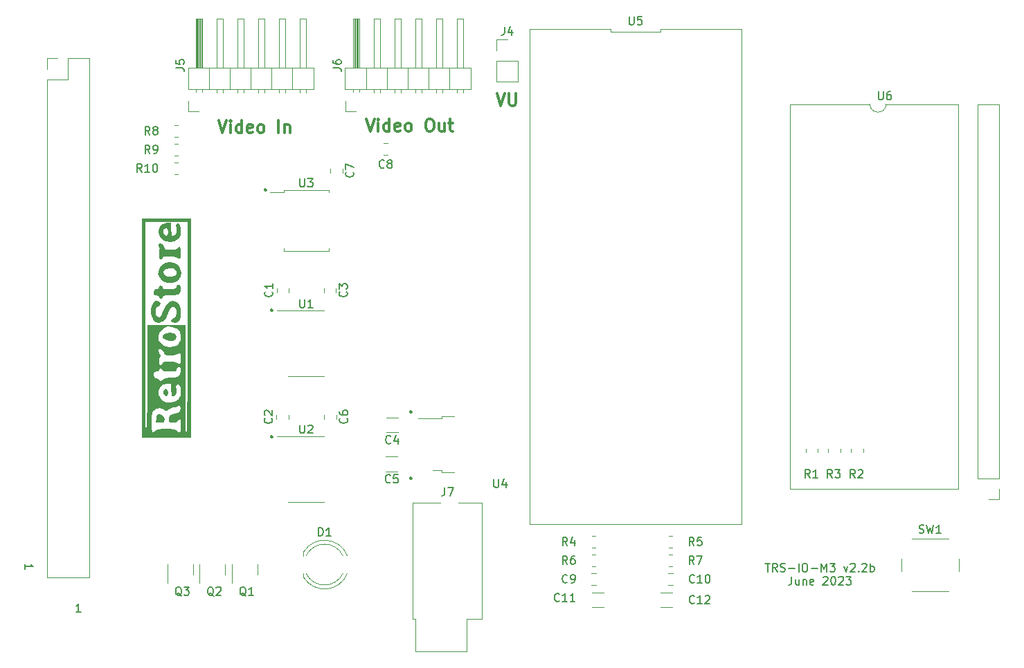
<source format=gbr>
%TF.GenerationSoftware,KiCad,Pcbnew,(6.0.11)*%
%TF.CreationDate,2023-06-18T20:13:54-07:00*%
%TF.ProjectId,TRS-IO-M3,5452532d-494f-42d4-9d33-2e6b69636164,rev?*%
%TF.SameCoordinates,Original*%
%TF.FileFunction,Legend,Top*%
%TF.FilePolarity,Positive*%
%FSLAX46Y46*%
G04 Gerber Fmt 4.6, Leading zero omitted, Abs format (unit mm)*
G04 Created by KiCad (PCBNEW (6.0.11)) date 2023-06-18 20:13:54*
%MOMM*%
%LPD*%
G01*
G04 APERTURE LIST*
%ADD10C,0.150000*%
%ADD11C,0.300000*%
%ADD12C,0.120000*%
G04 APERTURE END LIST*
D10*
X112323619Y-123983714D02*
X112323619Y-123412285D01*
X112323619Y-123698000D02*
X113323619Y-123698000D01*
X113180761Y-123602761D01*
X113085523Y-123507523D01*
X113037904Y-123412285D01*
D11*
X142494000Y-92229714D02*
X142422571Y-92301142D01*
X142494000Y-92372571D01*
X142565428Y-92301142D01*
X142494000Y-92229714D01*
X142494000Y-92372571D01*
X141732000Y-77497714D02*
X141660571Y-77569142D01*
X141732000Y-77640571D01*
X141803428Y-77569142D01*
X141732000Y-77497714D01*
X141732000Y-77640571D01*
X159506757Y-112803714D02*
X159435328Y-112875142D01*
X159506757Y-112946571D01*
X159578185Y-112875142D01*
X159506757Y-112803714D01*
X159506757Y-112946571D01*
X142494000Y-107723714D02*
X142422571Y-107795142D01*
X142494000Y-107866571D01*
X142565428Y-107795142D01*
X142494000Y-107723714D01*
X142494000Y-107866571D01*
X154028571Y-68878571D02*
X154528571Y-70378571D01*
X155028571Y-68878571D01*
X155528571Y-70378571D02*
X155528571Y-69378571D01*
X155528571Y-68878571D02*
X155457142Y-68950000D01*
X155528571Y-69021428D01*
X155600000Y-68950000D01*
X155528571Y-68878571D01*
X155528571Y-69021428D01*
X156885714Y-70378571D02*
X156885714Y-68878571D01*
X156885714Y-70307142D02*
X156742857Y-70378571D01*
X156457142Y-70378571D01*
X156314285Y-70307142D01*
X156242857Y-70235714D01*
X156171428Y-70092857D01*
X156171428Y-69664285D01*
X156242857Y-69521428D01*
X156314285Y-69450000D01*
X156457142Y-69378571D01*
X156742857Y-69378571D01*
X156885714Y-69450000D01*
X158171428Y-70307142D02*
X158028571Y-70378571D01*
X157742857Y-70378571D01*
X157600000Y-70307142D01*
X157528571Y-70164285D01*
X157528571Y-69592857D01*
X157600000Y-69450000D01*
X157742857Y-69378571D01*
X158028571Y-69378571D01*
X158171428Y-69450000D01*
X158242857Y-69592857D01*
X158242857Y-69735714D01*
X157528571Y-69878571D01*
X159100000Y-70378571D02*
X158957142Y-70307142D01*
X158885714Y-70235714D01*
X158814285Y-70092857D01*
X158814285Y-69664285D01*
X158885714Y-69521428D01*
X158957142Y-69450000D01*
X159100000Y-69378571D01*
X159314285Y-69378571D01*
X159457142Y-69450000D01*
X159528571Y-69521428D01*
X159600000Y-69664285D01*
X159600000Y-70092857D01*
X159528571Y-70235714D01*
X159457142Y-70307142D01*
X159314285Y-70378571D01*
X159100000Y-70378571D01*
X161671428Y-68878571D02*
X161957142Y-68878571D01*
X162100000Y-68950000D01*
X162242857Y-69092857D01*
X162314285Y-69378571D01*
X162314285Y-69878571D01*
X162242857Y-70164285D01*
X162100000Y-70307142D01*
X161957142Y-70378571D01*
X161671428Y-70378571D01*
X161528571Y-70307142D01*
X161385714Y-70164285D01*
X161314285Y-69878571D01*
X161314285Y-69378571D01*
X161385714Y-69092857D01*
X161528571Y-68950000D01*
X161671428Y-68878571D01*
X163600000Y-69378571D02*
X163600000Y-70378571D01*
X162957142Y-69378571D02*
X162957142Y-70164285D01*
X163028571Y-70307142D01*
X163171428Y-70378571D01*
X163385714Y-70378571D01*
X163528571Y-70307142D01*
X163600000Y-70235714D01*
X164100000Y-69378571D02*
X164671428Y-69378571D01*
X164314285Y-68878571D02*
X164314285Y-70164285D01*
X164385714Y-70307142D01*
X164528571Y-70378571D01*
X164671428Y-70378571D01*
D10*
X202835714Y-123310580D02*
X203407142Y-123310580D01*
X203121428Y-124310580D02*
X203121428Y-123310580D01*
X204311904Y-124310580D02*
X203978571Y-123834390D01*
X203740476Y-124310580D02*
X203740476Y-123310580D01*
X204121428Y-123310580D01*
X204216666Y-123358200D01*
X204264285Y-123405819D01*
X204311904Y-123501057D01*
X204311904Y-123643914D01*
X204264285Y-123739152D01*
X204216666Y-123786771D01*
X204121428Y-123834390D01*
X203740476Y-123834390D01*
X204692857Y-124262961D02*
X204835714Y-124310580D01*
X205073809Y-124310580D01*
X205169047Y-124262961D01*
X205216666Y-124215342D01*
X205264285Y-124120104D01*
X205264285Y-124024866D01*
X205216666Y-123929628D01*
X205169047Y-123882009D01*
X205073809Y-123834390D01*
X204883333Y-123786771D01*
X204788095Y-123739152D01*
X204740476Y-123691533D01*
X204692857Y-123596295D01*
X204692857Y-123501057D01*
X204740476Y-123405819D01*
X204788095Y-123358200D01*
X204883333Y-123310580D01*
X205121428Y-123310580D01*
X205264285Y-123358200D01*
X205692857Y-123929628D02*
X206454761Y-123929628D01*
X206930952Y-124310580D02*
X206930952Y-123310580D01*
X207597619Y-123310580D02*
X207788095Y-123310580D01*
X207883333Y-123358200D01*
X207978571Y-123453438D01*
X208026190Y-123643914D01*
X208026190Y-123977247D01*
X207978571Y-124167723D01*
X207883333Y-124262961D01*
X207788095Y-124310580D01*
X207597619Y-124310580D01*
X207502380Y-124262961D01*
X207407142Y-124167723D01*
X207359523Y-123977247D01*
X207359523Y-123643914D01*
X207407142Y-123453438D01*
X207502380Y-123358200D01*
X207597619Y-123310580D01*
X208454761Y-123929628D02*
X209216666Y-123929628D01*
X209692857Y-124310580D02*
X209692857Y-123310580D01*
X210026190Y-124024866D01*
X210359523Y-123310580D01*
X210359523Y-124310580D01*
X210740476Y-123310580D02*
X211359523Y-123310580D01*
X211026190Y-123691533D01*
X211169047Y-123691533D01*
X211264285Y-123739152D01*
X211311904Y-123786771D01*
X211359523Y-123882009D01*
X211359523Y-124120104D01*
X211311904Y-124215342D01*
X211264285Y-124262961D01*
X211169047Y-124310580D01*
X210883333Y-124310580D01*
X210788095Y-124262961D01*
X210740476Y-124215342D01*
X212454761Y-123643914D02*
X212692857Y-124310580D01*
X212930952Y-123643914D01*
X213264285Y-123405819D02*
X213311904Y-123358200D01*
X213407142Y-123310580D01*
X213645238Y-123310580D01*
X213740476Y-123358200D01*
X213788095Y-123405819D01*
X213835714Y-123501057D01*
X213835714Y-123596295D01*
X213788095Y-123739152D01*
X213216666Y-124310580D01*
X213835714Y-124310580D01*
X214264285Y-124215342D02*
X214311904Y-124262961D01*
X214264285Y-124310580D01*
X214216666Y-124262961D01*
X214264285Y-124215342D01*
X214264285Y-124310580D01*
X214692857Y-123405819D02*
X214740476Y-123358200D01*
X214835714Y-123310580D01*
X215073809Y-123310580D01*
X215169047Y-123358200D01*
X215216666Y-123405819D01*
X215264285Y-123501057D01*
X215264285Y-123596295D01*
X215216666Y-123739152D01*
X214645238Y-124310580D01*
X215264285Y-124310580D01*
X215692857Y-124310580D02*
X215692857Y-123310580D01*
X215692857Y-123691533D02*
X215788095Y-123643914D01*
X215978571Y-123643914D01*
X216073809Y-123691533D01*
X216121428Y-123739152D01*
X216169047Y-123834390D01*
X216169047Y-124120104D01*
X216121428Y-124215342D01*
X216073809Y-124262961D01*
X215978571Y-124310580D01*
X215788095Y-124310580D01*
X215692857Y-124262961D01*
X206073809Y-124920580D02*
X206073809Y-125634866D01*
X206026190Y-125777723D01*
X205930952Y-125872961D01*
X205788095Y-125920580D01*
X205692857Y-125920580D01*
X206978571Y-125253914D02*
X206978571Y-125920580D01*
X206550000Y-125253914D02*
X206550000Y-125777723D01*
X206597619Y-125872961D01*
X206692857Y-125920580D01*
X206835714Y-125920580D01*
X206930952Y-125872961D01*
X206978571Y-125825342D01*
X207454761Y-125253914D02*
X207454761Y-125920580D01*
X207454761Y-125349152D02*
X207502380Y-125301533D01*
X207597619Y-125253914D01*
X207740476Y-125253914D01*
X207835714Y-125301533D01*
X207883333Y-125396771D01*
X207883333Y-125920580D01*
X208740476Y-125872961D02*
X208645238Y-125920580D01*
X208454761Y-125920580D01*
X208359523Y-125872961D01*
X208311904Y-125777723D01*
X208311904Y-125396771D01*
X208359523Y-125301533D01*
X208454761Y-125253914D01*
X208645238Y-125253914D01*
X208740476Y-125301533D01*
X208788095Y-125396771D01*
X208788095Y-125492009D01*
X208311904Y-125587247D01*
X209930952Y-125015819D02*
X209978571Y-124968200D01*
X210073809Y-124920580D01*
X210311904Y-124920580D01*
X210407142Y-124968200D01*
X210454761Y-125015819D01*
X210502380Y-125111057D01*
X210502380Y-125206295D01*
X210454761Y-125349152D01*
X209883333Y-125920580D01*
X210502380Y-125920580D01*
X211121428Y-124920580D02*
X211216666Y-124920580D01*
X211311904Y-124968200D01*
X211359523Y-125015819D01*
X211407142Y-125111057D01*
X211454761Y-125301533D01*
X211454761Y-125539628D01*
X211407142Y-125730104D01*
X211359523Y-125825342D01*
X211311904Y-125872961D01*
X211216666Y-125920580D01*
X211121428Y-125920580D01*
X211026190Y-125872961D01*
X210978571Y-125825342D01*
X210930952Y-125730104D01*
X210883333Y-125539628D01*
X210883333Y-125301533D01*
X210930952Y-125111057D01*
X210978571Y-125015819D01*
X211026190Y-124968200D01*
X211121428Y-124920580D01*
X211835714Y-125015819D02*
X211883333Y-124968200D01*
X211978571Y-124920580D01*
X212216666Y-124920580D01*
X212311904Y-124968200D01*
X212359523Y-125015819D01*
X212407142Y-125111057D01*
X212407142Y-125206295D01*
X212359523Y-125349152D01*
X211788095Y-125920580D01*
X212407142Y-125920580D01*
X212740476Y-124920580D02*
X213359523Y-124920580D01*
X213026190Y-125301533D01*
X213169047Y-125301533D01*
X213264285Y-125349152D01*
X213311904Y-125396771D01*
X213359523Y-125492009D01*
X213359523Y-125730104D01*
X213311904Y-125825342D01*
X213264285Y-125872961D01*
X213169047Y-125920580D01*
X212883333Y-125920580D01*
X212788095Y-125872961D01*
X212740476Y-125825342D01*
D11*
X135985714Y-69078571D02*
X136485714Y-70578571D01*
X136985714Y-69078571D01*
X137485714Y-70578571D02*
X137485714Y-69578571D01*
X137485714Y-69078571D02*
X137414285Y-69150000D01*
X137485714Y-69221428D01*
X137557142Y-69150000D01*
X137485714Y-69078571D01*
X137485714Y-69221428D01*
X138842857Y-70578571D02*
X138842857Y-69078571D01*
X138842857Y-70507142D02*
X138700000Y-70578571D01*
X138414285Y-70578571D01*
X138271428Y-70507142D01*
X138200000Y-70435714D01*
X138128571Y-70292857D01*
X138128571Y-69864285D01*
X138200000Y-69721428D01*
X138271428Y-69650000D01*
X138414285Y-69578571D01*
X138700000Y-69578571D01*
X138842857Y-69650000D01*
X140128571Y-70507142D02*
X139985714Y-70578571D01*
X139700000Y-70578571D01*
X139557142Y-70507142D01*
X139485714Y-70364285D01*
X139485714Y-69792857D01*
X139557142Y-69650000D01*
X139700000Y-69578571D01*
X139985714Y-69578571D01*
X140128571Y-69650000D01*
X140200000Y-69792857D01*
X140200000Y-69935714D01*
X139485714Y-70078571D01*
X141057142Y-70578571D02*
X140914285Y-70507142D01*
X140842857Y-70435714D01*
X140771428Y-70292857D01*
X140771428Y-69864285D01*
X140842857Y-69721428D01*
X140914285Y-69650000D01*
X141057142Y-69578571D01*
X141271428Y-69578571D01*
X141414285Y-69650000D01*
X141485714Y-69721428D01*
X141557142Y-69864285D01*
X141557142Y-70292857D01*
X141485714Y-70435714D01*
X141414285Y-70507142D01*
X141271428Y-70578571D01*
X141057142Y-70578571D01*
X143342857Y-70578571D02*
X143342857Y-69078571D01*
X144057142Y-69578571D02*
X144057142Y-70578571D01*
X144057142Y-69721428D02*
X144128571Y-69650000D01*
X144271428Y-69578571D01*
X144485714Y-69578571D01*
X144628571Y-69650000D01*
X144700000Y-69792857D01*
X144700000Y-70578571D01*
D10*
X119157714Y-129230380D02*
X118586285Y-129230380D01*
X118872000Y-129230380D02*
X118872000Y-128230380D01*
X118776761Y-128373238D01*
X118681523Y-128468476D01*
X118586285Y-128516095D01*
D11*
X159512000Y-104675714D02*
X159440571Y-104747142D01*
X159512000Y-104818571D01*
X159583428Y-104747142D01*
X159512000Y-104675714D01*
X159512000Y-104818571D01*
X170014285Y-65749571D02*
X170514285Y-67249571D01*
X171014285Y-65749571D01*
X171514285Y-65749571D02*
X171514285Y-66963857D01*
X171585714Y-67106714D01*
X171657142Y-67178142D01*
X171800000Y-67249571D01*
X172085714Y-67249571D01*
X172228571Y-67178142D01*
X172300000Y-67106714D01*
X172371428Y-66963857D01*
X172371428Y-65749571D01*
D10*
%TO.C,U3*%
X145938095Y-76202380D02*
X145938095Y-77011904D01*
X145985714Y-77107142D01*
X146033333Y-77154761D01*
X146128571Y-77202380D01*
X146319047Y-77202380D01*
X146414285Y-77154761D01*
X146461904Y-77107142D01*
X146509523Y-77011904D01*
X146509523Y-76202380D01*
X146890476Y-76202380D02*
X147509523Y-76202380D01*
X147176190Y-76583333D01*
X147319047Y-76583333D01*
X147414285Y-76630952D01*
X147461904Y-76678571D01*
X147509523Y-76773809D01*
X147509523Y-77011904D01*
X147461904Y-77107142D01*
X147414285Y-77154761D01*
X147319047Y-77202380D01*
X147033333Y-77202380D01*
X146938095Y-77154761D01*
X146890476Y-77107142D01*
%TO.C,R9*%
X127595333Y-73096380D02*
X127262000Y-72620190D01*
X127023904Y-73096380D02*
X127023904Y-72096380D01*
X127404857Y-72096380D01*
X127500095Y-72144000D01*
X127547714Y-72191619D01*
X127595333Y-72286857D01*
X127595333Y-72429714D01*
X127547714Y-72524952D01*
X127500095Y-72572571D01*
X127404857Y-72620190D01*
X127023904Y-72620190D01*
X128071523Y-73096380D02*
X128262000Y-73096380D01*
X128357238Y-73048761D01*
X128404857Y-73001142D01*
X128500095Y-72858285D01*
X128547714Y-72667809D01*
X128547714Y-72286857D01*
X128500095Y-72191619D01*
X128452476Y-72144000D01*
X128357238Y-72096380D01*
X128166761Y-72096380D01*
X128071523Y-72144000D01*
X128023904Y-72191619D01*
X127976285Y-72286857D01*
X127976285Y-72524952D01*
X128023904Y-72620190D01*
X128071523Y-72667809D01*
X128166761Y-72715428D01*
X128357238Y-72715428D01*
X128452476Y-72667809D01*
X128500095Y-72620190D01*
X128547714Y-72524952D01*
%TO.C,R8*%
X127595333Y-70810380D02*
X127262000Y-70334190D01*
X127023904Y-70810380D02*
X127023904Y-69810380D01*
X127404857Y-69810380D01*
X127500095Y-69858000D01*
X127547714Y-69905619D01*
X127595333Y-70000857D01*
X127595333Y-70143714D01*
X127547714Y-70238952D01*
X127500095Y-70286571D01*
X127404857Y-70334190D01*
X127023904Y-70334190D01*
X128166761Y-70238952D02*
X128071523Y-70191333D01*
X128023904Y-70143714D01*
X127976285Y-70048476D01*
X127976285Y-70000857D01*
X128023904Y-69905619D01*
X128071523Y-69858000D01*
X128166761Y-69810380D01*
X128357238Y-69810380D01*
X128452476Y-69858000D01*
X128500095Y-69905619D01*
X128547714Y-70000857D01*
X128547714Y-70048476D01*
X128500095Y-70143714D01*
X128452476Y-70191333D01*
X128357238Y-70238952D01*
X128166761Y-70238952D01*
X128071523Y-70286571D01*
X128023904Y-70334190D01*
X127976285Y-70429428D01*
X127976285Y-70619904D01*
X128023904Y-70715142D01*
X128071523Y-70762761D01*
X128166761Y-70810380D01*
X128357238Y-70810380D01*
X128452476Y-70762761D01*
X128500095Y-70715142D01*
X128547714Y-70619904D01*
X128547714Y-70429428D01*
X128500095Y-70334190D01*
X128452476Y-70286571D01*
X128357238Y-70238952D01*
%TO.C,R1*%
X208313333Y-112807380D02*
X207980000Y-112331190D01*
X207741904Y-112807380D02*
X207741904Y-111807380D01*
X208122857Y-111807380D01*
X208218095Y-111855000D01*
X208265714Y-111902619D01*
X208313333Y-111997857D01*
X208313333Y-112140714D01*
X208265714Y-112235952D01*
X208218095Y-112283571D01*
X208122857Y-112331190D01*
X207741904Y-112331190D01*
X209265714Y-112807380D02*
X208694285Y-112807380D01*
X208980000Y-112807380D02*
X208980000Y-111807380D01*
X208884761Y-111950238D01*
X208789523Y-112045476D01*
X208694285Y-112093095D01*
%TO.C,R2*%
X213847333Y-112807380D02*
X213514000Y-112331190D01*
X213275904Y-112807380D02*
X213275904Y-111807380D01*
X213656857Y-111807380D01*
X213752095Y-111855000D01*
X213799714Y-111902619D01*
X213847333Y-111997857D01*
X213847333Y-112140714D01*
X213799714Y-112235952D01*
X213752095Y-112283571D01*
X213656857Y-112331190D01*
X213275904Y-112331190D01*
X214228285Y-111902619D02*
X214275904Y-111855000D01*
X214371142Y-111807380D01*
X214609238Y-111807380D01*
X214704476Y-111855000D01*
X214752095Y-111902619D01*
X214799714Y-111997857D01*
X214799714Y-112093095D01*
X214752095Y-112235952D01*
X214180666Y-112807380D01*
X214799714Y-112807380D01*
%TO.C,J5*%
X130782380Y-62623333D02*
X131496666Y-62623333D01*
X131639523Y-62670952D01*
X131734761Y-62766190D01*
X131782380Y-62909047D01*
X131782380Y-63004285D01*
X130782380Y-61670952D02*
X130782380Y-62147142D01*
X131258571Y-62194761D01*
X131210952Y-62147142D01*
X131163333Y-62051904D01*
X131163333Y-61813809D01*
X131210952Y-61718571D01*
X131258571Y-61670952D01*
X131353809Y-61623333D01*
X131591904Y-61623333D01*
X131687142Y-61670952D01*
X131734761Y-61718571D01*
X131782380Y-61813809D01*
X131782380Y-62051904D01*
X131734761Y-62147142D01*
X131687142Y-62194761D01*
%TO.C,C6*%
X151687142Y-105516666D02*
X151734761Y-105564285D01*
X151782380Y-105707142D01*
X151782380Y-105802380D01*
X151734761Y-105945238D01*
X151639523Y-106040476D01*
X151544285Y-106088095D01*
X151353809Y-106135714D01*
X151210952Y-106135714D01*
X151020476Y-106088095D01*
X150925238Y-106040476D01*
X150830000Y-105945238D01*
X150782380Y-105802380D01*
X150782380Y-105707142D01*
X150830000Y-105564285D01*
X150877619Y-105516666D01*
X150782380Y-104659523D02*
X150782380Y-104850000D01*
X150830000Y-104945238D01*
X150877619Y-104992857D01*
X151020476Y-105088095D01*
X151210952Y-105135714D01*
X151591904Y-105135714D01*
X151687142Y-105088095D01*
X151734761Y-105040476D01*
X151782380Y-104945238D01*
X151782380Y-104754761D01*
X151734761Y-104659523D01*
X151687142Y-104611904D01*
X151591904Y-104564285D01*
X151353809Y-104564285D01*
X151258571Y-104611904D01*
X151210952Y-104659523D01*
X151163333Y-104754761D01*
X151163333Y-104945238D01*
X151210952Y-105040476D01*
X151258571Y-105088095D01*
X151353809Y-105135714D01*
%TO.C,U5*%
X186208095Y-56337380D02*
X186208095Y-57146904D01*
X186255714Y-57242142D01*
X186303333Y-57289761D01*
X186398571Y-57337380D01*
X186589047Y-57337380D01*
X186684285Y-57289761D01*
X186731904Y-57242142D01*
X186779523Y-57146904D01*
X186779523Y-56337380D01*
X187731904Y-56337380D02*
X187255714Y-56337380D01*
X187208095Y-56813571D01*
X187255714Y-56765952D01*
X187350952Y-56718333D01*
X187589047Y-56718333D01*
X187684285Y-56765952D01*
X187731904Y-56813571D01*
X187779523Y-56908809D01*
X187779523Y-57146904D01*
X187731904Y-57242142D01*
X187684285Y-57289761D01*
X187589047Y-57337380D01*
X187350952Y-57337380D01*
X187255714Y-57289761D01*
X187208095Y-57242142D01*
%TO.C,C1*%
X142527142Y-90016666D02*
X142574761Y-90064285D01*
X142622380Y-90207142D01*
X142622380Y-90302380D01*
X142574761Y-90445238D01*
X142479523Y-90540476D01*
X142384285Y-90588095D01*
X142193809Y-90635714D01*
X142050952Y-90635714D01*
X141860476Y-90588095D01*
X141765238Y-90540476D01*
X141670000Y-90445238D01*
X141622380Y-90302380D01*
X141622380Y-90207142D01*
X141670000Y-90064285D01*
X141717619Y-90016666D01*
X142622380Y-89064285D02*
X142622380Y-89635714D01*
X142622380Y-89350000D02*
X141622380Y-89350000D01*
X141765238Y-89445238D01*
X141860476Y-89540476D01*
X141908095Y-89635714D01*
%TO.C,C7*%
X152437142Y-75366666D02*
X152484761Y-75414285D01*
X152532380Y-75557142D01*
X152532380Y-75652380D01*
X152484761Y-75795238D01*
X152389523Y-75890476D01*
X152294285Y-75938095D01*
X152103809Y-75985714D01*
X151960952Y-75985714D01*
X151770476Y-75938095D01*
X151675238Y-75890476D01*
X151580000Y-75795238D01*
X151532380Y-75652380D01*
X151532380Y-75557142D01*
X151580000Y-75414285D01*
X151627619Y-75366666D01*
X151532380Y-75033333D02*
X151532380Y-74366666D01*
X152532380Y-74795238D01*
%TO.C,U4*%
X169672095Y-112990380D02*
X169672095Y-113799904D01*
X169719714Y-113895142D01*
X169767333Y-113942761D01*
X169862571Y-113990380D01*
X170053047Y-113990380D01*
X170148285Y-113942761D01*
X170195904Y-113895142D01*
X170243523Y-113799904D01*
X170243523Y-112990380D01*
X171148285Y-113323714D02*
X171148285Y-113990380D01*
X170910190Y-112942761D02*
X170672095Y-113657047D01*
X171291142Y-113657047D01*
%TO.C,U2*%
X145938095Y-106352380D02*
X145938095Y-107161904D01*
X145985714Y-107257142D01*
X146033333Y-107304761D01*
X146128571Y-107352380D01*
X146319047Y-107352380D01*
X146414285Y-107304761D01*
X146461904Y-107257142D01*
X146509523Y-107161904D01*
X146509523Y-106352380D01*
X146938095Y-106447619D02*
X146985714Y-106400000D01*
X147080952Y-106352380D01*
X147319047Y-106352380D01*
X147414285Y-106400000D01*
X147461904Y-106447619D01*
X147509523Y-106542857D01*
X147509523Y-106638095D01*
X147461904Y-106780952D01*
X146890476Y-107352380D01*
X147509523Y-107352380D01*
%TO.C,C3*%
X151637142Y-90016666D02*
X151684761Y-90064285D01*
X151732380Y-90207142D01*
X151732380Y-90302380D01*
X151684761Y-90445238D01*
X151589523Y-90540476D01*
X151494285Y-90588095D01*
X151303809Y-90635714D01*
X151160952Y-90635714D01*
X150970476Y-90588095D01*
X150875238Y-90540476D01*
X150780000Y-90445238D01*
X150732380Y-90302380D01*
X150732380Y-90207142D01*
X150780000Y-90064285D01*
X150827619Y-90016666D01*
X150732380Y-89683333D02*
X150732380Y-89064285D01*
X151113333Y-89397619D01*
X151113333Y-89254761D01*
X151160952Y-89159523D01*
X151208571Y-89111904D01*
X151303809Y-89064285D01*
X151541904Y-89064285D01*
X151637142Y-89111904D01*
X151684761Y-89159523D01*
X151732380Y-89254761D01*
X151732380Y-89540476D01*
X151684761Y-89635714D01*
X151637142Y-89683333D01*
%TO.C,J7*%
X163650666Y-114006380D02*
X163650666Y-114720666D01*
X163603047Y-114863523D01*
X163507809Y-114958761D01*
X163364952Y-115006380D01*
X163269714Y-115006380D01*
X164031619Y-114006380D02*
X164698285Y-114006380D01*
X164269714Y-115006380D01*
%TO.C,Q2*%
X135388361Y-127287219D02*
X135293123Y-127239600D01*
X135197885Y-127144361D01*
X135055028Y-127001504D01*
X134959790Y-126953885D01*
X134864552Y-126953885D01*
X134912171Y-127191980D02*
X134816933Y-127144361D01*
X134721695Y-127049123D01*
X134674076Y-126858647D01*
X134674076Y-126525314D01*
X134721695Y-126334838D01*
X134816933Y-126239600D01*
X134912171Y-126191980D01*
X135102647Y-126191980D01*
X135197885Y-126239600D01*
X135293123Y-126334838D01*
X135340742Y-126525314D01*
X135340742Y-126858647D01*
X135293123Y-127049123D01*
X135197885Y-127144361D01*
X135102647Y-127191980D01*
X134912171Y-127191980D01*
X135721695Y-126287219D02*
X135769314Y-126239600D01*
X135864552Y-126191980D01*
X136102647Y-126191980D01*
X136197885Y-126239600D01*
X136245504Y-126287219D01*
X136293123Y-126382457D01*
X136293123Y-126477695D01*
X136245504Y-126620552D01*
X135674076Y-127191980D01*
X136293123Y-127191980D01*
%TO.C,R7*%
X194143333Y-123388380D02*
X193810000Y-122912190D01*
X193571904Y-123388380D02*
X193571904Y-122388380D01*
X193952857Y-122388380D01*
X194048095Y-122436000D01*
X194095714Y-122483619D01*
X194143333Y-122578857D01*
X194143333Y-122721714D01*
X194095714Y-122816952D01*
X194048095Y-122864571D01*
X193952857Y-122912190D01*
X193571904Y-122912190D01*
X194476666Y-122388380D02*
X195143333Y-122388380D01*
X194714761Y-123388380D01*
%TO.C,C4*%
X157052333Y-108545142D02*
X157004714Y-108592761D01*
X156861857Y-108640380D01*
X156766619Y-108640380D01*
X156623761Y-108592761D01*
X156528523Y-108497523D01*
X156480904Y-108402285D01*
X156433285Y-108211809D01*
X156433285Y-108068952D01*
X156480904Y-107878476D01*
X156528523Y-107783238D01*
X156623761Y-107688000D01*
X156766619Y-107640380D01*
X156861857Y-107640380D01*
X157004714Y-107688000D01*
X157052333Y-107735619D01*
X157909476Y-107973714D02*
X157909476Y-108640380D01*
X157671380Y-107592761D02*
X157433285Y-108307047D01*
X158052333Y-108307047D01*
%TO.C,J4*%
X170966666Y-57597380D02*
X170966666Y-58311666D01*
X170919047Y-58454523D01*
X170823809Y-58549761D01*
X170680952Y-58597380D01*
X170585714Y-58597380D01*
X171871428Y-57930714D02*
X171871428Y-58597380D01*
X171633333Y-57549761D02*
X171395238Y-58264047D01*
X172014285Y-58264047D01*
%TO.C,C12*%
X194175142Y-128119142D02*
X194127523Y-128166761D01*
X193984666Y-128214380D01*
X193889428Y-128214380D01*
X193746571Y-128166761D01*
X193651333Y-128071523D01*
X193603714Y-127976285D01*
X193556095Y-127785809D01*
X193556095Y-127642952D01*
X193603714Y-127452476D01*
X193651333Y-127357238D01*
X193746571Y-127262000D01*
X193889428Y-127214380D01*
X193984666Y-127214380D01*
X194127523Y-127262000D01*
X194175142Y-127309619D01*
X195127523Y-128214380D02*
X194556095Y-128214380D01*
X194841809Y-128214380D02*
X194841809Y-127214380D01*
X194746571Y-127357238D01*
X194651333Y-127452476D01*
X194556095Y-127500095D01*
X195508476Y-127309619D02*
X195556095Y-127262000D01*
X195651333Y-127214380D01*
X195889428Y-127214380D01*
X195984666Y-127262000D01*
X196032285Y-127309619D01*
X196079904Y-127404857D01*
X196079904Y-127500095D01*
X196032285Y-127642952D01*
X195460857Y-128214380D01*
X196079904Y-128214380D01*
%TO.C,U6*%
X216688095Y-65522380D02*
X216688095Y-66331904D01*
X216735714Y-66427142D01*
X216783333Y-66474761D01*
X216878571Y-66522380D01*
X217069047Y-66522380D01*
X217164285Y-66474761D01*
X217211904Y-66427142D01*
X217259523Y-66331904D01*
X217259523Y-65522380D01*
X218164285Y-65522380D02*
X217973809Y-65522380D01*
X217878571Y-65570000D01*
X217830952Y-65617619D01*
X217735714Y-65760476D01*
X217688095Y-65950952D01*
X217688095Y-66331904D01*
X217735714Y-66427142D01*
X217783333Y-66474761D01*
X217878571Y-66522380D01*
X218069047Y-66522380D01*
X218164285Y-66474761D01*
X218211904Y-66427142D01*
X218259523Y-66331904D01*
X218259523Y-66093809D01*
X218211904Y-65998571D01*
X218164285Y-65950952D01*
X218069047Y-65903333D01*
X217878571Y-65903333D01*
X217783333Y-65950952D01*
X217735714Y-65998571D01*
X217688095Y-66093809D01*
%TO.C,C9*%
X178649333Y-125579142D02*
X178601714Y-125626761D01*
X178458857Y-125674380D01*
X178363619Y-125674380D01*
X178220761Y-125626761D01*
X178125523Y-125531523D01*
X178077904Y-125436285D01*
X178030285Y-125245809D01*
X178030285Y-125102952D01*
X178077904Y-124912476D01*
X178125523Y-124817238D01*
X178220761Y-124722000D01*
X178363619Y-124674380D01*
X178458857Y-124674380D01*
X178601714Y-124722000D01*
X178649333Y-124769619D01*
X179125523Y-125674380D02*
X179316000Y-125674380D01*
X179411238Y-125626761D01*
X179458857Y-125579142D01*
X179554095Y-125436285D01*
X179601714Y-125245809D01*
X179601714Y-124864857D01*
X179554095Y-124769619D01*
X179506476Y-124722000D01*
X179411238Y-124674380D01*
X179220761Y-124674380D01*
X179125523Y-124722000D01*
X179077904Y-124769619D01*
X179030285Y-124864857D01*
X179030285Y-125102952D01*
X179077904Y-125198190D01*
X179125523Y-125245809D01*
X179220761Y-125293428D01*
X179411238Y-125293428D01*
X179506476Y-125245809D01*
X179554095Y-125198190D01*
X179601714Y-125102952D01*
%TO.C,Q1*%
X139350761Y-127287219D02*
X139255523Y-127239600D01*
X139160285Y-127144361D01*
X139017428Y-127001504D01*
X138922190Y-126953885D01*
X138826952Y-126953885D01*
X138874571Y-127191980D02*
X138779333Y-127144361D01*
X138684095Y-127049123D01*
X138636476Y-126858647D01*
X138636476Y-126525314D01*
X138684095Y-126334838D01*
X138779333Y-126239600D01*
X138874571Y-126191980D01*
X139065047Y-126191980D01*
X139160285Y-126239600D01*
X139255523Y-126334838D01*
X139303142Y-126525314D01*
X139303142Y-126858647D01*
X139255523Y-127049123D01*
X139160285Y-127144361D01*
X139065047Y-127191980D01*
X138874571Y-127191980D01*
X140255523Y-127191980D02*
X139684095Y-127191980D01*
X139969809Y-127191980D02*
X139969809Y-126191980D01*
X139874571Y-126334838D01*
X139779333Y-126430076D01*
X139684095Y-126477695D01*
%TO.C,J6*%
X149982380Y-62623333D02*
X150696666Y-62623333D01*
X150839523Y-62670952D01*
X150934761Y-62766190D01*
X150982380Y-62909047D01*
X150982380Y-63004285D01*
X149982380Y-61718571D02*
X149982380Y-61909047D01*
X150030000Y-62004285D01*
X150077619Y-62051904D01*
X150220476Y-62147142D01*
X150410952Y-62194761D01*
X150791904Y-62194761D01*
X150887142Y-62147142D01*
X150934761Y-62099523D01*
X150982380Y-62004285D01*
X150982380Y-61813809D01*
X150934761Y-61718571D01*
X150887142Y-61670952D01*
X150791904Y-61623333D01*
X150553809Y-61623333D01*
X150458571Y-61670952D01*
X150410952Y-61718571D01*
X150363333Y-61813809D01*
X150363333Y-62004285D01*
X150410952Y-62099523D01*
X150458571Y-62147142D01*
X150553809Y-62194761D01*
%TO.C,R3*%
X211053333Y-112807380D02*
X210720000Y-112331190D01*
X210481904Y-112807380D02*
X210481904Y-111807380D01*
X210862857Y-111807380D01*
X210958095Y-111855000D01*
X211005714Y-111902619D01*
X211053333Y-111997857D01*
X211053333Y-112140714D01*
X211005714Y-112235952D01*
X210958095Y-112283571D01*
X210862857Y-112331190D01*
X210481904Y-112331190D01*
X211386666Y-111807380D02*
X212005714Y-111807380D01*
X211672380Y-112188333D01*
X211815238Y-112188333D01*
X211910476Y-112235952D01*
X211958095Y-112283571D01*
X212005714Y-112378809D01*
X212005714Y-112616904D01*
X211958095Y-112712142D01*
X211910476Y-112759761D01*
X211815238Y-112807380D01*
X211529523Y-112807380D01*
X211434285Y-112759761D01*
X211386666Y-112712142D01*
%TO.C,C10*%
X194175142Y-125579142D02*
X194127523Y-125626761D01*
X193984666Y-125674380D01*
X193889428Y-125674380D01*
X193746571Y-125626761D01*
X193651333Y-125531523D01*
X193603714Y-125436285D01*
X193556095Y-125245809D01*
X193556095Y-125102952D01*
X193603714Y-124912476D01*
X193651333Y-124817238D01*
X193746571Y-124722000D01*
X193889428Y-124674380D01*
X193984666Y-124674380D01*
X194127523Y-124722000D01*
X194175142Y-124769619D01*
X195127523Y-125674380D02*
X194556095Y-125674380D01*
X194841809Y-125674380D02*
X194841809Y-124674380D01*
X194746571Y-124817238D01*
X194651333Y-124912476D01*
X194556095Y-124960095D01*
X195746571Y-124674380D02*
X195841809Y-124674380D01*
X195937047Y-124722000D01*
X195984666Y-124769619D01*
X196032285Y-124864857D01*
X196079904Y-125055333D01*
X196079904Y-125293428D01*
X196032285Y-125483904D01*
X195984666Y-125579142D01*
X195937047Y-125626761D01*
X195841809Y-125674380D01*
X195746571Y-125674380D01*
X195651333Y-125626761D01*
X195603714Y-125579142D01*
X195556095Y-125483904D01*
X195508476Y-125293428D01*
X195508476Y-125055333D01*
X195556095Y-124864857D01*
X195603714Y-124769619D01*
X195651333Y-124722000D01*
X195746571Y-124674380D01*
%TO.C,R4*%
X178649333Y-121102380D02*
X178316000Y-120626190D01*
X178077904Y-121102380D02*
X178077904Y-120102380D01*
X178458857Y-120102380D01*
X178554095Y-120150000D01*
X178601714Y-120197619D01*
X178649333Y-120292857D01*
X178649333Y-120435714D01*
X178601714Y-120530952D01*
X178554095Y-120578571D01*
X178458857Y-120626190D01*
X178077904Y-120626190D01*
X179506476Y-120435714D02*
X179506476Y-121102380D01*
X179268380Y-120054761D02*
X179030285Y-120769047D01*
X179649333Y-120769047D01*
%TO.C,R6*%
X178649333Y-123388380D02*
X178316000Y-122912190D01*
X178077904Y-123388380D02*
X178077904Y-122388380D01*
X178458857Y-122388380D01*
X178554095Y-122436000D01*
X178601714Y-122483619D01*
X178649333Y-122578857D01*
X178649333Y-122721714D01*
X178601714Y-122816952D01*
X178554095Y-122864571D01*
X178458857Y-122912190D01*
X178077904Y-122912190D01*
X179506476Y-122388380D02*
X179316000Y-122388380D01*
X179220761Y-122436000D01*
X179173142Y-122483619D01*
X179077904Y-122626476D01*
X179030285Y-122816952D01*
X179030285Y-123197904D01*
X179077904Y-123293142D01*
X179125523Y-123340761D01*
X179220761Y-123388380D01*
X179411238Y-123388380D01*
X179506476Y-123340761D01*
X179554095Y-123293142D01*
X179601714Y-123197904D01*
X179601714Y-122959809D01*
X179554095Y-122864571D01*
X179506476Y-122816952D01*
X179411238Y-122769333D01*
X179220761Y-122769333D01*
X179125523Y-122816952D01*
X179077904Y-122864571D01*
X179030285Y-122959809D01*
%TO.C,D1*%
X148212504Y-119936380D02*
X148212504Y-118936380D01*
X148450600Y-118936380D01*
X148593457Y-118984000D01*
X148688695Y-119079238D01*
X148736314Y-119174476D01*
X148783933Y-119364952D01*
X148783933Y-119507809D01*
X148736314Y-119698285D01*
X148688695Y-119793523D01*
X148593457Y-119888761D01*
X148450600Y-119936380D01*
X148212504Y-119936380D01*
X149736314Y-119936380D02*
X149164885Y-119936380D01*
X149450600Y-119936380D02*
X149450600Y-118936380D01*
X149355361Y-119079238D01*
X149260123Y-119174476D01*
X149164885Y-119222095D01*
%TO.C,R5*%
X194143333Y-121102380D02*
X193810000Y-120626190D01*
X193571904Y-121102380D02*
X193571904Y-120102380D01*
X193952857Y-120102380D01*
X194048095Y-120150000D01*
X194095714Y-120197619D01*
X194143333Y-120292857D01*
X194143333Y-120435714D01*
X194095714Y-120530952D01*
X194048095Y-120578571D01*
X193952857Y-120626190D01*
X193571904Y-120626190D01*
X195048095Y-120102380D02*
X194571904Y-120102380D01*
X194524285Y-120578571D01*
X194571904Y-120530952D01*
X194667142Y-120483333D01*
X194905238Y-120483333D01*
X195000476Y-120530952D01*
X195048095Y-120578571D01*
X195095714Y-120673809D01*
X195095714Y-120911904D01*
X195048095Y-121007142D01*
X195000476Y-121054761D01*
X194905238Y-121102380D01*
X194667142Y-121102380D01*
X194571904Y-121054761D01*
X194524285Y-121007142D01*
%TO.C,C11*%
X177665142Y-127865142D02*
X177617523Y-127912761D01*
X177474666Y-127960380D01*
X177379428Y-127960380D01*
X177236571Y-127912761D01*
X177141333Y-127817523D01*
X177093714Y-127722285D01*
X177046095Y-127531809D01*
X177046095Y-127388952D01*
X177093714Y-127198476D01*
X177141333Y-127103238D01*
X177236571Y-127008000D01*
X177379428Y-126960380D01*
X177474666Y-126960380D01*
X177617523Y-127008000D01*
X177665142Y-127055619D01*
X178617523Y-127960380D02*
X178046095Y-127960380D01*
X178331809Y-127960380D02*
X178331809Y-126960380D01*
X178236571Y-127103238D01*
X178141333Y-127198476D01*
X178046095Y-127246095D01*
X179569904Y-127960380D02*
X178998476Y-127960380D01*
X179284190Y-127960380D02*
X179284190Y-126960380D01*
X179188952Y-127103238D01*
X179093714Y-127198476D01*
X178998476Y-127246095D01*
%TO.C,C2*%
X142477142Y-105516666D02*
X142524761Y-105564285D01*
X142572380Y-105707142D01*
X142572380Y-105802380D01*
X142524761Y-105945238D01*
X142429523Y-106040476D01*
X142334285Y-106088095D01*
X142143809Y-106135714D01*
X142000952Y-106135714D01*
X141810476Y-106088095D01*
X141715238Y-106040476D01*
X141620000Y-105945238D01*
X141572380Y-105802380D01*
X141572380Y-105707142D01*
X141620000Y-105564285D01*
X141667619Y-105516666D01*
X141667619Y-105135714D02*
X141620000Y-105088095D01*
X141572380Y-104992857D01*
X141572380Y-104754761D01*
X141620000Y-104659523D01*
X141667619Y-104611904D01*
X141762857Y-104564285D01*
X141858095Y-104564285D01*
X142000952Y-104611904D01*
X142572380Y-105183333D01*
X142572380Y-104564285D01*
%TO.C,SW1*%
X221666666Y-119550761D02*
X221809523Y-119598380D01*
X222047619Y-119598380D01*
X222142857Y-119550761D01*
X222190476Y-119503142D01*
X222238095Y-119407904D01*
X222238095Y-119312666D01*
X222190476Y-119217428D01*
X222142857Y-119169809D01*
X222047619Y-119122190D01*
X221857142Y-119074571D01*
X221761904Y-119026952D01*
X221714285Y-118979333D01*
X221666666Y-118884095D01*
X221666666Y-118788857D01*
X221714285Y-118693619D01*
X221761904Y-118646000D01*
X221857142Y-118598380D01*
X222095238Y-118598380D01*
X222238095Y-118646000D01*
X222571428Y-118598380D02*
X222809523Y-119598380D01*
X223000000Y-118884095D01*
X223190476Y-119598380D01*
X223428571Y-118598380D01*
X224333333Y-119598380D02*
X223761904Y-119598380D01*
X224047619Y-119598380D02*
X224047619Y-118598380D01*
X223952380Y-118741238D01*
X223857142Y-118836476D01*
X223761904Y-118884095D01*
%TO.C,U1*%
X145938095Y-90977380D02*
X145938095Y-91786904D01*
X145985714Y-91882142D01*
X146033333Y-91929761D01*
X146128571Y-91977380D01*
X146319047Y-91977380D01*
X146414285Y-91929761D01*
X146461904Y-91882142D01*
X146509523Y-91786904D01*
X146509523Y-90977380D01*
X147509523Y-91977380D02*
X146938095Y-91977380D01*
X147223809Y-91977380D02*
X147223809Y-90977380D01*
X147128571Y-91120238D01*
X147033333Y-91215476D01*
X146938095Y-91263095D01*
%TO.C,C5*%
X157002333Y-113345142D02*
X156954714Y-113392761D01*
X156811857Y-113440380D01*
X156716619Y-113440380D01*
X156573761Y-113392761D01*
X156478523Y-113297523D01*
X156430904Y-113202285D01*
X156383285Y-113011809D01*
X156383285Y-112868952D01*
X156430904Y-112678476D01*
X156478523Y-112583238D01*
X156573761Y-112488000D01*
X156716619Y-112440380D01*
X156811857Y-112440380D01*
X156954714Y-112488000D01*
X157002333Y-112535619D01*
X157907095Y-112440380D02*
X157430904Y-112440380D01*
X157383285Y-112916571D01*
X157430904Y-112868952D01*
X157526142Y-112821333D01*
X157764238Y-112821333D01*
X157859476Y-112868952D01*
X157907095Y-112916571D01*
X157954714Y-113011809D01*
X157954714Y-113249904D01*
X157907095Y-113345142D01*
X157859476Y-113392761D01*
X157764238Y-113440380D01*
X157526142Y-113440380D01*
X157430904Y-113392761D01*
X157383285Y-113345142D01*
%TO.C,C8*%
X156245833Y-74807142D02*
X156198214Y-74854761D01*
X156055357Y-74902380D01*
X155960119Y-74902380D01*
X155817261Y-74854761D01*
X155722023Y-74759523D01*
X155674404Y-74664285D01*
X155626785Y-74473809D01*
X155626785Y-74330952D01*
X155674404Y-74140476D01*
X155722023Y-74045238D01*
X155817261Y-73950000D01*
X155960119Y-73902380D01*
X156055357Y-73902380D01*
X156198214Y-73950000D01*
X156245833Y-73997619D01*
X156817261Y-74330952D02*
X156722023Y-74283333D01*
X156674404Y-74235714D01*
X156626785Y-74140476D01*
X156626785Y-74092857D01*
X156674404Y-73997619D01*
X156722023Y-73950000D01*
X156817261Y-73902380D01*
X157007738Y-73902380D01*
X157102976Y-73950000D01*
X157150595Y-73997619D01*
X157198214Y-74092857D01*
X157198214Y-74140476D01*
X157150595Y-74235714D01*
X157102976Y-74283333D01*
X157007738Y-74330952D01*
X156817261Y-74330952D01*
X156722023Y-74378571D01*
X156674404Y-74426190D01*
X156626785Y-74521428D01*
X156626785Y-74711904D01*
X156674404Y-74807142D01*
X156722023Y-74854761D01*
X156817261Y-74902380D01*
X157007738Y-74902380D01*
X157102976Y-74854761D01*
X157150595Y-74807142D01*
X157198214Y-74711904D01*
X157198214Y-74521428D01*
X157150595Y-74426190D01*
X157102976Y-74378571D01*
X157007738Y-74330952D01*
%TO.C,R10*%
X126611142Y-75382380D02*
X126277809Y-74906190D01*
X126039714Y-75382380D02*
X126039714Y-74382380D01*
X126420666Y-74382380D01*
X126515904Y-74430000D01*
X126563523Y-74477619D01*
X126611142Y-74572857D01*
X126611142Y-74715714D01*
X126563523Y-74810952D01*
X126515904Y-74858571D01*
X126420666Y-74906190D01*
X126039714Y-74906190D01*
X127563523Y-75382380D02*
X126992095Y-75382380D01*
X127277809Y-75382380D02*
X127277809Y-74382380D01*
X127182571Y-74525238D01*
X127087333Y-74620476D01*
X126992095Y-74668095D01*
X128182571Y-74382380D02*
X128277809Y-74382380D01*
X128373047Y-74430000D01*
X128420666Y-74477619D01*
X128468285Y-74572857D01*
X128515904Y-74763333D01*
X128515904Y-75001428D01*
X128468285Y-75191904D01*
X128420666Y-75287142D01*
X128373047Y-75334761D01*
X128277809Y-75382380D01*
X128182571Y-75382380D01*
X128087333Y-75334761D01*
X128039714Y-75287142D01*
X127992095Y-75191904D01*
X127944476Y-75001428D01*
X127944476Y-74763333D01*
X127992095Y-74572857D01*
X128039714Y-74477619D01*
X128087333Y-74430000D01*
X128182571Y-74382380D01*
%TO.C,Q3*%
X131476761Y-127287219D02*
X131381523Y-127239600D01*
X131286285Y-127144361D01*
X131143428Y-127001504D01*
X131048190Y-126953885D01*
X130952952Y-126953885D01*
X131000571Y-127191980D02*
X130905333Y-127144361D01*
X130810095Y-127049123D01*
X130762476Y-126858647D01*
X130762476Y-126525314D01*
X130810095Y-126334838D01*
X130905333Y-126239600D01*
X131000571Y-126191980D01*
X131191047Y-126191980D01*
X131286285Y-126239600D01*
X131381523Y-126334838D01*
X131429142Y-126525314D01*
X131429142Y-126858647D01*
X131381523Y-127049123D01*
X131286285Y-127144361D01*
X131191047Y-127191980D01*
X131000571Y-127191980D01*
X131762476Y-126191980D02*
X132381523Y-126191980D01*
X132048190Y-126572933D01*
X132191047Y-126572933D01*
X132286285Y-126620552D01*
X132333904Y-126668171D01*
X132381523Y-126763409D01*
X132381523Y-127001504D01*
X132333904Y-127096742D01*
X132286285Y-127144361D01*
X132191047Y-127191980D01*
X131905333Y-127191980D01*
X131810095Y-127144361D01*
X131762476Y-127096742D01*
D12*
%TO.C,U3*%
X143940000Y-77865000D02*
X142250000Y-77865000D01*
X149460000Y-85010000D02*
X149460000Y-84735000D01*
X146700000Y-77590000D02*
X149460000Y-77590000D01*
X143940000Y-77590000D02*
X143940000Y-77865000D01*
X149460000Y-77590000D02*
X149460000Y-77865000D01*
X146700000Y-85010000D02*
X149460000Y-85010000D01*
X146700000Y-85010000D02*
X143940000Y-85010000D01*
X146700000Y-77590000D02*
X143940000Y-77590000D01*
X143940000Y-85010000D02*
X143940000Y-84735000D01*
%TO.C,R9*%
X131037064Y-71909000D02*
X130582936Y-71909000D01*
X131037064Y-73379000D02*
X130582936Y-73379000D01*
%TO.C,R8*%
X131037064Y-69623000D02*
X130582936Y-69623000D01*
X131037064Y-71093000D02*
X130582936Y-71093000D01*
%TO.C,R1*%
X209269000Y-109246936D02*
X209269000Y-109701064D01*
X207799000Y-109246936D02*
X207799000Y-109701064D01*
%TO.C,R2*%
X213333000Y-109246936D02*
X213333000Y-109701064D01*
X214803000Y-109246936D02*
X214803000Y-109701064D01*
%TO.C,J5*%
X133880000Y-62575000D02*
X133880000Y-56575000D01*
X133980000Y-56575000D02*
X133980000Y-62575000D01*
X136520000Y-65632071D02*
X136520000Y-65235000D01*
X139950000Y-65235000D02*
X139950000Y-62575000D01*
X141600000Y-56575000D02*
X141600000Y-62575000D01*
X132270000Y-62575000D02*
X132270000Y-65235000D01*
X144140000Y-65632071D02*
X144140000Y-65235000D01*
X144140000Y-56575000D02*
X144140000Y-62575000D01*
X138300000Y-65632071D02*
X138300000Y-65235000D01*
X133760000Y-62575000D02*
X133760000Y-56575000D01*
X136520000Y-56575000D02*
X136520000Y-62575000D01*
X142490000Y-65235000D02*
X142490000Y-62575000D01*
X141600000Y-65632071D02*
X141600000Y-65235000D01*
X146680000Y-65632071D02*
X146680000Y-65235000D01*
X133520000Y-62575000D02*
X133520000Y-56575000D01*
X143380000Y-65632071D02*
X143380000Y-65235000D01*
X133280000Y-62575000D02*
X133280000Y-56575000D01*
X133980000Y-65565000D02*
X133980000Y-65235000D01*
X145920000Y-65632071D02*
X145920000Y-65235000D01*
X132270000Y-65235000D02*
X147630000Y-65235000D01*
X133400000Y-62575000D02*
X133400000Y-56575000D01*
X145920000Y-56575000D02*
X146680000Y-56575000D01*
X135760000Y-62575000D02*
X135760000Y-56575000D01*
X140840000Y-65632071D02*
X140840000Y-65235000D01*
X139060000Y-56575000D02*
X139060000Y-62575000D01*
X135760000Y-56575000D02*
X136520000Y-56575000D01*
X138300000Y-56575000D02*
X139060000Y-56575000D01*
X134870000Y-65235000D02*
X134870000Y-62575000D01*
X133220000Y-65565000D02*
X133220000Y-65235000D01*
X140840000Y-56575000D02*
X141600000Y-56575000D01*
X143380000Y-56575000D02*
X144140000Y-56575000D01*
X145030000Y-65235000D02*
X145030000Y-62575000D01*
X147630000Y-62575000D02*
X132270000Y-62575000D01*
X139060000Y-65632071D02*
X139060000Y-65235000D01*
X146680000Y-56575000D02*
X146680000Y-62575000D01*
X133220000Y-56575000D02*
X133980000Y-56575000D01*
X135760000Y-65632071D02*
X135760000Y-65235000D01*
X137410000Y-65235000D02*
X137410000Y-62575000D01*
X133600000Y-67945000D02*
X132330000Y-67945000D01*
X143380000Y-62575000D02*
X143380000Y-56575000D01*
X132330000Y-67945000D02*
X132330000Y-66675000D01*
X140840000Y-62575000D02*
X140840000Y-56575000D01*
X133640000Y-62575000D02*
X133640000Y-56575000D01*
X138300000Y-62575000D02*
X138300000Y-56575000D01*
X133220000Y-62575000D02*
X133220000Y-56575000D01*
X145920000Y-62575000D02*
X145920000Y-56575000D01*
X147630000Y-65235000D02*
X147630000Y-62575000D01*
%TO.C,C6*%
X150385000Y-105088748D02*
X150385000Y-105611252D01*
X148915000Y-105088748D02*
X148915000Y-105611252D01*
%TO.C,U5*%
X190010000Y-58245000D02*
X183930001Y-58245000D01*
X183930001Y-57885000D02*
X174020000Y-57885000D01*
X183930001Y-58245000D02*
X183930001Y-57885000D01*
X174020000Y-118505000D02*
X199920000Y-118505000D01*
X174020000Y-57885000D02*
X174020000Y-118505000D01*
X199920000Y-118505000D02*
X199920000Y-57885000D01*
X199920000Y-57885000D02*
X190010000Y-57885000D01*
X190010000Y-57885000D02*
X190010000Y-58245000D01*
%TO.C,C1*%
X144585000Y-90111252D02*
X144585000Y-89588748D01*
X143115000Y-90111252D02*
X143115000Y-89588748D01*
%TO.C,C7*%
X151135000Y-74938748D02*
X151135000Y-75461252D01*
X149665000Y-74938748D02*
X149665000Y-75461252D01*
%TO.C,U4*%
X164774000Y-112163000D02*
X163274000Y-112163000D01*
X163274000Y-111893000D02*
X162174000Y-111893000D01*
X164774000Y-105263000D02*
X163274000Y-105263000D01*
X163274000Y-105533000D02*
X160444000Y-105533000D01*
X163274000Y-112163000D02*
X163274000Y-111893000D01*
X163274000Y-105263000D02*
X163274000Y-105533000D01*
%TO.C,U2*%
X146700000Y-115785000D02*
X144500000Y-115785000D01*
X146700000Y-107715000D02*
X148900000Y-107715000D01*
X146700000Y-115785000D02*
X148900000Y-115785000D01*
X146700000Y-107715000D02*
X143100000Y-107715000D01*
%TO.C,C3*%
X148865000Y-89588748D02*
X148865000Y-90111252D01*
X150335000Y-89588748D02*
X150335000Y-90111252D01*
%TO.C,J7*%
X159764000Y-115858000D02*
X163084000Y-115858000D01*
X166304000Y-130098000D02*
X166304000Y-134098000D01*
X168204000Y-130098000D02*
X166304000Y-130098000D01*
X159764000Y-130098000D02*
X159764000Y-115858000D01*
X165334000Y-115858000D02*
X168204000Y-115858000D01*
X166304000Y-134098000D02*
X160064000Y-134098000D01*
X160064000Y-134098000D02*
X160064000Y-130098000D01*
X160064000Y-130098000D02*
X159764000Y-130098000D01*
X168204000Y-115858000D02*
X168204000Y-130098000D01*
%TO.C,Q2*%
X133669600Y-124053600D02*
X133669600Y-123403600D01*
X136789600Y-124053600D02*
X136789600Y-124703600D01*
X136789600Y-124053600D02*
X136789600Y-123403600D01*
X133669600Y-124053600D02*
X133669600Y-125728600D01*
%TO.C,R7*%
X191034936Y-122201000D02*
X191489064Y-122201000D01*
X191034936Y-123671000D02*
X191489064Y-123671000D01*
%TO.C,C4*%
X157930252Y-107248000D02*
X156507748Y-107248000D01*
X157930252Y-105428000D02*
X156507748Y-105428000D01*
%TO.C,J4*%
X169970000Y-59145000D02*
X171300000Y-59145000D01*
X172630000Y-61745000D02*
X172630000Y-64345000D01*
X169970000Y-61745000D02*
X172630000Y-61745000D01*
X169970000Y-64345000D02*
X172630000Y-64345000D01*
X169970000Y-60475000D02*
X169970000Y-59145000D01*
X169970000Y-61745000D02*
X169970000Y-64345000D01*
%TO.C,C12*%
X191465252Y-126852000D02*
X190042748Y-126852000D01*
X191465252Y-128672000D02*
X190042748Y-128672000D01*
%TO.C,U6*%
X205910000Y-67082500D02*
X205910000Y-114062500D01*
X226475400Y-114062500D02*
X226475400Y-67082500D01*
X215637200Y-67070000D02*
X205910000Y-67070000D01*
X226475400Y-67070000D02*
X217637200Y-67070000D01*
X205910000Y-114180000D02*
X226475400Y-114180000D01*
X215637200Y-67044600D02*
G75*
G03*
X217637200Y-67044600I1000000J0D01*
G01*
%TO.C,C9*%
X181602748Y-125957000D02*
X182125252Y-125957000D01*
X181602748Y-124487000D02*
X182125252Y-124487000D01*
%TO.C,Q1*%
X137632000Y-124053600D02*
X137632000Y-123403600D01*
X140752000Y-124053600D02*
X140752000Y-124703600D01*
X137632000Y-124053600D02*
X137632000Y-125728600D01*
X140752000Y-124053600D02*
X140752000Y-123403600D01*
%TO.C,G1*%
G36*
X129709760Y-101996046D02*
G01*
X129801284Y-102285783D01*
X129805969Y-102400565D01*
X129760811Y-102748436D01*
X129619562Y-102865816D01*
X129611171Y-102866010D01*
X129374835Y-102754266D01*
X129229972Y-102498437D01*
X129229718Y-102217628D01*
X129281086Y-102126096D01*
X129525677Y-101937230D01*
X129709760Y-101996046D01*
G37*
G36*
X129882598Y-88970737D02*
G01*
X129654848Y-88945577D01*
X129262656Y-88762159D01*
X128906779Y-88425532D01*
X128666347Y-88025750D01*
X128609110Y-87755486D01*
X128632894Y-87643213D01*
X129217183Y-87643213D01*
X129300476Y-87884677D01*
X129538808Y-88081555D01*
X129877041Y-88202216D01*
X130260038Y-88215026D01*
X130597730Y-88108042D01*
X130829136Y-87860047D01*
X130841029Y-87543100D01*
X130710262Y-87333445D01*
X130432531Y-87208282D01*
X130030583Y-87179662D01*
X129626053Y-87242658D01*
X129344065Y-87388797D01*
X129217183Y-87643213D01*
X128632894Y-87643213D01*
X128723583Y-87215107D01*
X129028977Y-86793083D01*
X129468255Y-86511561D01*
X129984381Y-86392686D01*
X130520316Y-86458605D01*
X131019025Y-86731465D01*
X131088389Y-86792826D01*
X131320337Y-87172083D01*
X131406629Y-87668317D01*
X131340038Y-88171399D01*
X131198383Y-88468949D01*
X130875872Y-88736132D01*
X130401266Y-88914515D01*
X130260038Y-88929824D01*
X129882598Y-88970737D01*
G37*
G36*
X130538263Y-95094423D02*
G01*
X130811029Y-95312344D01*
X130869843Y-95551874D01*
X130781121Y-95831105D01*
X130710262Y-95924230D01*
X130424719Y-96064330D01*
X130040293Y-96082935D01*
X129642460Y-96000329D01*
X129316696Y-95836792D01*
X129148479Y-95612609D01*
X129141047Y-95551874D01*
X129260359Y-95309858D01*
X129563623Y-95117642D01*
X129968831Y-95022966D01*
X130054839Y-95019937D01*
X130538263Y-95094423D01*
G37*
G36*
X130872651Y-91276424D02*
G01*
X131198703Y-91607049D01*
X131373403Y-92142565D01*
X131401780Y-92548072D01*
X131356720Y-93059592D01*
X131237599Y-93454218D01*
X131194763Y-93527520D01*
X130953524Y-93733064D01*
X130651457Y-93827930D01*
X130376654Y-93806678D01*
X130217209Y-93663870D01*
X130204921Y-93588644D01*
X130314678Y-93359385D01*
X130504136Y-93222937D01*
X130739916Y-93015587D01*
X130850141Y-92707265D01*
X130846665Y-92370413D01*
X130741340Y-92077473D01*
X130546020Y-91900886D01*
X130288750Y-91906555D01*
X130124050Y-92072076D01*
X129938995Y-92404807D01*
X129839696Y-92649923D01*
X129582540Y-93247589D01*
X129297967Y-93616427D01*
X128949066Y-93793409D01*
X128668467Y-93823078D01*
X128317406Y-93775252D01*
X128074461Y-93584144D01*
X127942731Y-93390879D01*
X127712096Y-92768380D01*
X127729948Y-92095294D01*
X127892849Y-91615689D01*
X128090839Y-91299235D01*
X128332445Y-91175055D01*
X128491278Y-91163393D01*
X128769353Y-91202615D01*
X128867855Y-91366833D01*
X128875078Y-91495853D01*
X128809667Y-91759809D01*
X128624613Y-91828314D01*
X128415585Y-91942919D01*
X128296857Y-92230964D01*
X128290601Y-92608792D01*
X128353222Y-92852211D01*
X128532271Y-93127180D01*
X128747900Y-93156305D01*
X128976712Y-92952862D01*
X129195309Y-92530125D01*
X129264271Y-92335314D01*
X129549494Y-91695530D01*
X129914254Y-91306580D01*
X130362647Y-91164253D01*
X130404398Y-91163393D01*
X130872651Y-91276424D01*
G37*
G36*
X129078846Y-83633230D02*
G01*
X128794504Y-83290088D01*
X128638935Y-82755485D01*
X128660129Y-82609797D01*
X129243582Y-82609797D01*
X129284633Y-82887177D01*
X129350286Y-82975623D01*
X129599972Y-83161853D01*
X129747645Y-83107482D01*
X129804506Y-82806198D01*
X129805969Y-82718890D01*
X129760811Y-82371019D01*
X129619562Y-82253640D01*
X129611171Y-82253445D01*
X129365920Y-82361206D01*
X129243582Y-82609797D01*
X128660129Y-82609797D01*
X128710084Y-82266395D01*
X128977533Y-81875926D01*
X129410865Y-81637185D01*
X129769066Y-81588523D01*
X130204921Y-81588523D01*
X130204921Y-82386429D01*
X130223106Y-82862251D01*
X130283854Y-83114650D01*
X130388115Y-83184335D01*
X130668350Y-83069973D01*
X130820853Y-82756827D01*
X130824445Y-82289804D01*
X130820895Y-82266698D01*
X130792082Y-81897515D01*
X130868469Y-81712454D01*
X130934969Y-81673941D01*
X131149460Y-81699810D01*
X131303003Y-81920307D01*
X131389993Y-82269910D01*
X131404824Y-82683102D01*
X131341891Y-83094361D01*
X131195586Y-83438167D01*
X131096172Y-83558061D01*
X130626943Y-83845275D01*
X130083985Y-83947681D01*
X129599972Y-83881848D01*
X129542790Y-83874070D01*
X129078846Y-83633230D01*
G37*
G36*
X129080381Y-105081531D02*
G01*
X129321517Y-105353119D01*
X129407016Y-105750590D01*
X129373995Y-105948071D01*
X129226135Y-106036534D01*
X128890240Y-106057603D01*
X128867051Y-106057633D01*
X128327086Y-106057633D01*
X128368360Y-105558942D01*
X128427311Y-105217376D01*
X128564479Y-105059272D01*
X128734643Y-105014376D01*
X129080381Y-105081531D01*
G37*
G36*
X131320606Y-89221984D02*
G01*
X131393991Y-89429061D01*
X131401780Y-89624574D01*
X131342896Y-89999918D01*
X131200432Y-90281567D01*
X131192805Y-90289496D01*
X130958286Y-90417063D01*
X130545549Y-90483507D01*
X130062438Y-90498471D01*
X129564324Y-90509394D01*
X129280002Y-90549969D01*
X129157902Y-90631906D01*
X129141047Y-90707698D01*
X129044761Y-90864362D01*
X128908325Y-90866031D01*
X128727878Y-90750227D01*
X128708848Y-90656803D01*
X128622306Y-90537287D01*
X128409633Y-90498471D01*
X128172033Y-90455533D01*
X128085112Y-90273007D01*
X128077173Y-90099518D01*
X128112180Y-89815153D01*
X128264622Y-89710843D01*
X128423861Y-89700565D01*
X128670946Y-89658391D01*
X128698792Y-89514257D01*
X128694004Y-89501089D01*
X128710892Y-89346413D01*
X128941571Y-89301612D01*
X129174885Y-89348537D01*
X129189138Y-89501089D01*
X129190711Y-89609402D01*
X129331499Y-89670680D01*
X129659281Y-89696805D01*
X129991217Y-89700565D01*
X130463657Y-89692536D01*
X130728674Y-89656674D01*
X130844616Y-89575314D01*
X130869843Y-89434597D01*
X130963877Y-89212339D01*
X131135811Y-89168628D01*
X131320606Y-89221984D01*
G37*
G36*
X126614346Y-81056586D02*
G01*
X132598639Y-81056586D01*
X132598639Y-107919413D01*
X126614346Y-107919413D01*
X126614346Y-94488000D01*
X127013298Y-94488000D01*
X127014653Y-96942570D01*
X127018704Y-99145546D01*
X127025437Y-101095332D01*
X127034835Y-102790331D01*
X127046882Y-104228949D01*
X127061561Y-105409589D01*
X127078857Y-106330656D01*
X127098752Y-106990554D01*
X127121231Y-107387687D01*
X127146277Y-107520461D01*
X127146283Y-107520461D01*
X127179914Y-107388196D01*
X127208799Y-106994197D01*
X127232853Y-106342660D01*
X127233165Y-106327900D01*
X127799921Y-106327900D01*
X127832886Y-106781551D01*
X127899643Y-107112606D01*
X128000110Y-107253456D01*
X128010681Y-107254492D01*
X128186987Y-107148042D01*
X128210157Y-107055016D01*
X128331162Y-106955502D01*
X128649556Y-106885566D01*
X129098413Y-106845208D01*
X129610801Y-106834428D01*
X130119794Y-106853225D01*
X130558463Y-106901601D01*
X130859877Y-106979554D01*
X130954737Y-107055016D01*
X131122176Y-107231755D01*
X131216531Y-107254492D01*
X131326542Y-107178031D01*
X131385030Y-106920589D01*
X131401780Y-106456586D01*
X131384028Y-105982748D01*
X131324258Y-105730826D01*
X131216531Y-105658681D01*
X131011235Y-105765949D01*
X130954737Y-105858157D01*
X130761442Y-106009106D01*
X130400544Y-106057633D01*
X130089146Y-106042339D01*
X129963655Y-105943840D01*
X129954596Y-105683212D01*
X129964171Y-105561906D01*
X130008126Y-105252560D01*
X130123642Y-105090857D01*
X130387979Y-105003771D01*
X130594230Y-104966382D01*
X131056821Y-104844737D01*
X131306913Y-104646824D01*
X131396418Y-104325130D01*
X131399744Y-104229099D01*
X131313804Y-103994330D01*
X131122837Y-103927805D01*
X130936335Y-104062869D01*
X130752147Y-104167598D01*
X130544266Y-104195853D01*
X130212221Y-104278552D01*
X130098367Y-104344975D01*
X129926152Y-104445447D01*
X129700765Y-104606566D01*
X129530998Y-104608798D01*
X129287199Y-104450517D01*
X129269193Y-104437217D01*
X128833550Y-104259684D01*
X128394125Y-104321302D01*
X128029531Y-104609461D01*
X128007578Y-104639591D01*
X127904576Y-104907501D01*
X127835686Y-105323263D01*
X127800827Y-105819267D01*
X127799921Y-106327900D01*
X127233165Y-106327900D01*
X127251994Y-105437777D01*
X127266139Y-104283742D01*
X127275204Y-102884751D01*
X127275813Y-102628942D01*
X128679233Y-102628942D01*
X128782258Y-102933453D01*
X129102377Y-103324516D01*
X129566947Y-103561177D01*
X130098367Y-103635434D01*
X130619035Y-103539283D01*
X131051351Y-103264721D01*
X131130049Y-103175592D01*
X131324972Y-102760769D01*
X131405806Y-102232141D01*
X131356219Y-101723254D01*
X131321060Y-101613536D01*
X131135229Y-101433091D01*
X131001254Y-101403183D01*
X130851784Y-101443700D01*
X130804939Y-101611203D01*
X130833344Y-101933848D01*
X130827203Y-102415223D01*
X130676608Y-102740497D01*
X130402523Y-102865778D01*
X130388115Y-102866010D01*
X130278869Y-102786805D01*
X130220921Y-102522217D01*
X130204921Y-102068105D01*
X130204921Y-101270199D01*
X129764552Y-101270199D01*
X129260061Y-101384088D01*
X128941571Y-101643639D01*
X128888200Y-101687133D01*
X128683185Y-102121396D01*
X128679233Y-102628942D01*
X127275813Y-102628942D01*
X127279108Y-101244997D01*
X127279267Y-100804754D01*
X127279267Y-100206324D01*
X128077173Y-100206324D01*
X128112955Y-100491445D01*
X128265059Y-100595750D01*
X128409633Y-100605277D01*
X128677024Y-100674640D01*
X128742094Y-100804754D01*
X128848544Y-100981060D01*
X128941571Y-101004230D01*
X129118049Y-100905489D01*
X129141047Y-100819761D01*
X129225656Y-100709420D01*
X129502883Y-100634655D01*
X130007829Y-100586402D01*
X130055626Y-100583613D01*
X130686036Y-100516877D01*
X131093430Y-100385009D01*
X131317792Y-100162493D01*
X131399106Y-99823816D01*
X131401780Y-99724596D01*
X131369616Y-99410686D01*
X131245326Y-99287506D01*
X131135811Y-99275434D01*
X130913554Y-99369469D01*
X130869843Y-99541403D01*
X130842902Y-99685341D01*
X130722900Y-99765590D01*
X130451067Y-99800233D01*
X130005445Y-99807372D01*
X129520591Y-99794054D01*
X129251108Y-99746469D01*
X129147377Y-99653166D01*
X129141047Y-99607895D01*
X129034598Y-99431589D01*
X128941571Y-99408419D01*
X128765264Y-99514868D01*
X128742094Y-99607895D01*
X128626491Y-99768329D01*
X128409633Y-99807372D01*
X128172033Y-99850310D01*
X128085112Y-100032836D01*
X128077173Y-100206324D01*
X127279267Y-100206324D01*
X127279267Y-97077636D01*
X128634831Y-97077636D01*
X128634970Y-97239145D01*
X128750963Y-97518118D01*
X128771652Y-97555224D01*
X128887992Y-97813606D01*
X128883350Y-97942351D01*
X128868893Y-97945592D01*
X128789487Y-98063584D01*
X128745325Y-98358339D01*
X128742094Y-98477529D01*
X128775033Y-98847401D01*
X128884223Y-98999812D01*
X128941571Y-99009466D01*
X129117877Y-98903016D01*
X129141047Y-98809989D01*
X129199141Y-98697659D01*
X129406549Y-98635461D01*
X129812959Y-98611824D01*
X129997597Y-98610513D01*
X130451554Y-98629723D01*
X130791882Y-98679861D01*
X130936335Y-98743497D01*
X131128747Y-98865860D01*
X131210152Y-98876482D01*
X131332263Y-98796539D01*
X131391272Y-98527582D01*
X131401780Y-98211560D01*
X131378741Y-97787852D01*
X131301228Y-97583100D01*
X131210152Y-97546639D01*
X130983740Y-97627686D01*
X130936335Y-97679623D01*
X130767452Y-97753711D01*
X130421237Y-97801988D01*
X130133115Y-97812607D01*
X130009623Y-97809151D01*
X129711537Y-97800810D01*
X129482134Y-97745442D01*
X129371457Y-97616542D01*
X129329837Y-97484912D01*
X129180261Y-97226411D01*
X128939093Y-97057359D01*
X128703676Y-97034800D01*
X128634831Y-97077636D01*
X127279267Y-97077636D01*
X127279267Y-95410994D01*
X128659671Y-95410994D01*
X128695162Y-95950323D01*
X128741868Y-96083264D01*
X129036013Y-96477974D01*
X129484189Y-96730777D01*
X130009623Y-96831938D01*
X130535543Y-96771723D01*
X130985176Y-96540398D01*
X131135284Y-96386738D01*
X131344393Y-95938474D01*
X131391965Y-95408188D01*
X131273170Y-94918227D01*
X131198383Y-94788727D01*
X130867270Y-94513949D01*
X130385187Y-94340965D01*
X129858257Y-94303431D01*
X129722755Y-94320762D01*
X129209344Y-94531749D01*
X128843024Y-94916648D01*
X128659671Y-95410994D01*
X127279267Y-95410994D01*
X127279267Y-94089047D01*
X131933717Y-94089047D01*
X131933717Y-100804754D01*
X131936336Y-102503151D01*
X131944138Y-103961818D01*
X131957040Y-105176561D01*
X131974958Y-106143186D01*
X131997811Y-106857498D01*
X132025513Y-107315304D01*
X132057984Y-107512409D01*
X132066702Y-107520461D01*
X132091748Y-107387748D01*
X132114228Y-106990676D01*
X132134123Y-106330838D01*
X132151419Y-105409831D01*
X132166099Y-104229250D01*
X132178146Y-102790692D01*
X132187545Y-101095751D01*
X132194279Y-99146024D01*
X132198331Y-96943106D01*
X132199686Y-94488593D01*
X132199686Y-81455539D01*
X127013298Y-81455539D01*
X127013298Y-94488000D01*
X126614346Y-94488000D01*
X126614346Y-81056586D01*
G37*
G36*
X129143811Y-84236990D02*
G01*
X129293958Y-84514178D01*
X129395343Y-84747028D01*
X129542346Y-84865577D01*
X129815872Y-84908100D01*
X130137211Y-84913131D01*
X130607899Y-84884935D01*
X130859051Y-84793343D01*
X130917934Y-84713654D01*
X131095657Y-84536748D01*
X131198130Y-84514178D01*
X131320286Y-84576137D01*
X131383335Y-84796700D01*
X131401765Y-85227893D01*
X131401780Y-85245592D01*
X131390236Y-85668274D01*
X131340323Y-85888468D01*
X131229121Y-85969204D01*
X131135811Y-85977005D01*
X130919716Y-85921315D01*
X130869843Y-85844021D01*
X130747711Y-85774529D01*
X130424178Y-85726950D01*
X130005445Y-85711037D01*
X129525387Y-85723239D01*
X129258050Y-85768316D01*
X129150954Y-85858970D01*
X129141047Y-85920264D01*
X129041342Y-86080044D01*
X128919350Y-86086494D01*
X128755545Y-85956102D01*
X128698301Y-85622548D01*
X128697710Y-85567969D01*
X128718614Y-85214576D01*
X128769666Y-84978477D01*
X128777648Y-84963191D01*
X128785051Y-84752639D01*
X128735356Y-84640813D01*
X128616896Y-84333239D01*
X128711012Y-84151265D01*
X128881996Y-84115225D01*
X129143811Y-84236990D01*
G37*
%TO.C,J6*%
X154960000Y-65632071D02*
X154960000Y-65235000D01*
X160040000Y-65632071D02*
X160040000Y-65235000D01*
X152420000Y-65565000D02*
X152420000Y-65235000D01*
X153080000Y-62575000D02*
X153080000Y-56575000D01*
X165880000Y-56575000D02*
X165880000Y-62575000D01*
X154960000Y-56575000D02*
X155720000Y-56575000D01*
X164230000Y-65235000D02*
X164230000Y-62575000D01*
X155720000Y-65632071D02*
X155720000Y-65235000D01*
X151470000Y-65235000D02*
X166830000Y-65235000D01*
X155720000Y-56575000D02*
X155720000Y-62575000D01*
X158260000Y-56575000D02*
X158260000Y-62575000D01*
X160800000Y-65632071D02*
X160800000Y-65235000D01*
X162580000Y-62575000D02*
X162580000Y-56575000D01*
X157500000Y-62575000D02*
X157500000Y-56575000D01*
X162580000Y-56575000D02*
X163340000Y-56575000D01*
X165120000Y-56575000D02*
X165880000Y-56575000D01*
X157500000Y-56575000D02*
X158260000Y-56575000D01*
X160040000Y-62575000D02*
X160040000Y-56575000D01*
X161690000Y-65235000D02*
X161690000Y-62575000D01*
X163340000Y-65632071D02*
X163340000Y-65235000D01*
X160040000Y-56575000D02*
X160800000Y-56575000D01*
X162580000Y-65632071D02*
X162580000Y-65235000D01*
X154070000Y-65235000D02*
X154070000Y-62575000D01*
X157500000Y-65632071D02*
X157500000Y-65235000D01*
X151470000Y-62575000D02*
X151470000Y-65235000D01*
X165880000Y-65632071D02*
X165880000Y-65235000D01*
X160800000Y-56575000D02*
X160800000Y-62575000D01*
X165120000Y-65632071D02*
X165120000Y-65235000D01*
X152840000Y-62575000D02*
X152840000Y-56575000D01*
X156610000Y-65235000D02*
X156610000Y-62575000D01*
X152720000Y-62575000D02*
X152720000Y-56575000D01*
X163340000Y-56575000D02*
X163340000Y-62575000D01*
X152420000Y-62575000D02*
X152420000Y-56575000D01*
X153180000Y-65565000D02*
X153180000Y-65235000D01*
X166830000Y-62575000D02*
X151470000Y-62575000D01*
X152420000Y-56575000D02*
X153180000Y-56575000D01*
X152800000Y-67945000D02*
X151530000Y-67945000D01*
X153180000Y-56575000D02*
X153180000Y-62575000D01*
X151530000Y-67945000D02*
X151530000Y-66675000D01*
X152600000Y-62575000D02*
X152600000Y-56575000D01*
X152960000Y-62575000D02*
X152960000Y-56575000D01*
X152480000Y-62575000D02*
X152480000Y-56575000D01*
X165120000Y-62575000D02*
X165120000Y-56575000D01*
X166830000Y-65235000D02*
X166830000Y-62575000D01*
X159150000Y-65235000D02*
X159150000Y-62575000D01*
X154960000Y-62575000D02*
X154960000Y-56575000D01*
X158260000Y-65632071D02*
X158260000Y-65235000D01*
%TO.C,R3*%
X212009000Y-109246936D02*
X212009000Y-109701064D01*
X210539000Y-109246936D02*
X210539000Y-109701064D01*
%TO.C,C10*%
X191000748Y-124487000D02*
X191523252Y-124487000D01*
X191000748Y-125957000D02*
X191523252Y-125957000D01*
%TO.C,R4*%
X181636936Y-121385000D02*
X182091064Y-121385000D01*
X181636936Y-119915000D02*
X182091064Y-119915000D01*
%TO.C,R6*%
X181636936Y-122201000D02*
X182091064Y-122201000D01*
X181636936Y-123671000D02*
X182091064Y-123671000D01*
%TO.C,D1*%
X146390600Y-124524000D02*
X146390600Y-124989000D01*
X146390600Y-121899000D02*
X146390600Y-122364000D01*
X151738415Y-122363173D02*
G75*
G03*
X146390600Y-121899170I-2787815J-1080827D01*
G01*
X146390600Y-124988830D02*
G75*
G03*
X151738415Y-124524827I2560000J1544830D01*
G01*
X151205079Y-122363571D02*
G75*
G03*
X146695916Y-122364000I-2254479J-1080429D01*
G01*
X146695916Y-124524000D02*
G75*
G03*
X151205079Y-124524429I2254684J1080000D01*
G01*
%TO.C,R5*%
X191034936Y-121385000D02*
X191489064Y-121385000D01*
X191034936Y-119915000D02*
X191489064Y-119915000D01*
%TO.C,J2*%
X114997000Y-125033000D02*
X120197000Y-125033000D01*
X117597000Y-61413000D02*
X120197000Y-61413000D01*
X114997000Y-61413000D02*
X116327000Y-61413000D01*
X120197000Y-61413000D02*
X120197000Y-125033000D01*
X114997000Y-64013000D02*
X117597000Y-64013000D01*
X114997000Y-64013000D02*
X114997000Y-125033000D01*
X117597000Y-64013000D02*
X117597000Y-61413000D01*
X114997000Y-62743000D02*
X114997000Y-61413000D01*
%TO.C,C11*%
X183083252Y-128672000D02*
X181660748Y-128672000D01*
X183083252Y-126852000D02*
X181660748Y-126852000D01*
%TO.C,C2*%
X144535000Y-105611252D02*
X144535000Y-105088748D01*
X143065000Y-105611252D02*
X143065000Y-105088748D01*
%TO.C,SW1*%
X226500000Y-124250000D02*
X226500000Y-122750000D01*
X225250000Y-120250000D02*
X220750000Y-120250000D01*
X219500000Y-122750000D02*
X219500000Y-124250000D01*
X220750000Y-126750000D02*
X225250000Y-126750000D01*
%TO.C,U1*%
X146700000Y-92340000D02*
X148900000Y-92340000D01*
X146700000Y-100410000D02*
X148900000Y-100410000D01*
X146700000Y-92340000D02*
X143100000Y-92340000D01*
X146700000Y-100410000D02*
X144500000Y-100410000D01*
%TO.C,C5*%
X157880252Y-112048000D02*
X156457748Y-112048000D01*
X157880252Y-110228000D02*
X156457748Y-110228000D01*
%TO.C,C8*%
X156151248Y-71815000D02*
X156673752Y-71815000D01*
X156151248Y-73285000D02*
X156673752Y-73285000D01*
%TO.C,J3*%
X231480000Y-67100000D02*
X228820000Y-67100000D01*
X231480000Y-115480000D02*
X230150000Y-115480000D01*
X231480000Y-112880000D02*
X228820000Y-112880000D01*
X231480000Y-112880000D02*
X231480000Y-67100000D01*
X231480000Y-114150000D02*
X231480000Y-115480000D01*
X228820000Y-112880000D02*
X228820000Y-67100000D01*
%TO.C,R10*%
X131037064Y-74195000D02*
X130582936Y-74195000D01*
X131037064Y-75665000D02*
X130582936Y-75665000D01*
%TO.C,Q3*%
X132878000Y-124053600D02*
X132878000Y-123403600D01*
X129758000Y-124053600D02*
X129758000Y-123403600D01*
X129758000Y-124053600D02*
X129758000Y-125728600D01*
X132878000Y-124053600D02*
X132878000Y-124703600D01*
%TD*%
M02*

</source>
